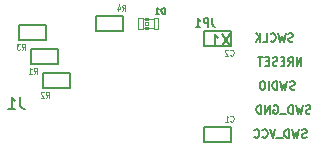
<source format=gbo>
G04 (created by PCBNEW (2013-03-04 BZR 3984)-stable) date 10/14/2013 1:41:13 PM*
%MOIN*%
G04 Gerber Fmt 3.4, Leading zero omitted, Abs format*
%FSLAX34Y34*%
G01*
G70*
G90*
G04 APERTURE LIST*
%ADD10C,0*%
%ADD11C,0.005*%
%ADD12C,0.0026*%
%ADD13C,0.004*%
%ADD14C,0.00590551*%
%ADD15C,0.0045*%
G04 APERTURE END LIST*
G54D10*
G54D11*
X53150Y-29350D02*
X52250Y-29350D01*
X52250Y-29350D02*
X52250Y-29850D01*
X52250Y-29850D02*
X53150Y-29850D01*
X53150Y-29850D02*
X53150Y-29350D01*
X53150Y-26150D02*
X52250Y-26150D01*
X52250Y-26150D02*
X52250Y-26650D01*
X52250Y-26650D02*
X53150Y-26650D01*
X53150Y-26650D02*
X53150Y-26150D01*
G54D12*
X50223Y-25723D02*
X50223Y-26077D01*
X50223Y-26077D02*
X50066Y-26077D01*
X50066Y-25723D02*
X50066Y-26077D01*
X50223Y-25723D02*
X50066Y-25723D01*
X50734Y-25723D02*
X50734Y-26077D01*
X50734Y-26077D02*
X50577Y-26077D01*
X50577Y-25723D02*
X50577Y-26077D01*
X50734Y-25723D02*
X50577Y-25723D01*
X50400Y-25723D02*
X50400Y-25782D01*
X50400Y-25782D02*
X50282Y-25782D01*
X50282Y-25723D02*
X50282Y-25782D01*
X50400Y-25723D02*
X50282Y-25723D01*
X50400Y-26018D02*
X50400Y-26077D01*
X50400Y-26077D02*
X50282Y-26077D01*
X50282Y-26018D02*
X50282Y-26077D01*
X50400Y-26018D02*
X50282Y-26018D01*
X50400Y-25841D02*
X50400Y-25959D01*
X50400Y-25959D02*
X50282Y-25959D01*
X50282Y-25841D02*
X50282Y-25959D01*
X50400Y-25841D02*
X50282Y-25841D01*
G54D13*
X50223Y-25743D02*
X50577Y-25743D01*
X50223Y-26057D02*
X50577Y-26057D01*
G54D11*
X46500Y-27250D02*
X47400Y-27250D01*
X47400Y-27250D02*
X47400Y-26750D01*
X47400Y-26750D02*
X46500Y-26750D01*
X46500Y-26750D02*
X46500Y-27250D01*
X46900Y-28050D02*
X47800Y-28050D01*
X47800Y-28050D02*
X47800Y-27550D01*
X47800Y-27550D02*
X46900Y-27550D01*
X46900Y-27550D02*
X46900Y-28050D01*
X46100Y-26450D02*
X47000Y-26450D01*
X47000Y-26450D02*
X47000Y-25950D01*
X47000Y-25950D02*
X46100Y-25950D01*
X46100Y-25950D02*
X46100Y-26450D01*
X49550Y-25650D02*
X48650Y-25650D01*
X48650Y-25650D02*
X48650Y-26150D01*
X48650Y-26150D02*
X49550Y-26150D01*
X49550Y-26150D02*
X49550Y-25650D01*
G54D14*
X53118Y-26265D02*
X52856Y-26659D01*
X52856Y-26265D02*
X53118Y-26659D01*
X52500Y-26659D02*
X52725Y-26659D01*
X52612Y-26659D02*
X52612Y-26265D01*
X52650Y-26321D01*
X52687Y-26359D01*
X52725Y-26378D01*
X46131Y-28365D02*
X46131Y-28646D01*
X46149Y-28703D01*
X46187Y-28740D01*
X46243Y-28759D01*
X46281Y-28759D01*
X45737Y-28759D02*
X45962Y-28759D01*
X45850Y-28759D02*
X45850Y-28365D01*
X45887Y-28421D01*
X45925Y-28459D01*
X45962Y-28478D01*
G54D15*
X53130Y-29161D02*
X53138Y-29171D01*
X53164Y-29180D01*
X53181Y-29180D01*
X53207Y-29171D01*
X53224Y-29152D01*
X53232Y-29133D01*
X53241Y-29095D01*
X53241Y-29066D01*
X53232Y-29028D01*
X53224Y-29009D01*
X53207Y-28990D01*
X53181Y-28980D01*
X53164Y-28980D01*
X53138Y-28990D01*
X53130Y-29000D01*
X52958Y-29180D02*
X53061Y-29180D01*
X53010Y-29180D02*
X53010Y-28980D01*
X53027Y-29009D01*
X53044Y-29028D01*
X53061Y-29038D01*
X53130Y-26961D02*
X53138Y-26971D01*
X53164Y-26980D01*
X53181Y-26980D01*
X53207Y-26971D01*
X53224Y-26952D01*
X53232Y-26933D01*
X53241Y-26895D01*
X53241Y-26866D01*
X53232Y-26828D01*
X53224Y-26809D01*
X53207Y-26790D01*
X53181Y-26780D01*
X53164Y-26780D01*
X53138Y-26790D01*
X53130Y-26800D01*
X53061Y-26800D02*
X53052Y-26790D01*
X53035Y-26780D01*
X52992Y-26780D01*
X52975Y-26790D01*
X52967Y-26800D01*
X52958Y-26819D01*
X52958Y-26838D01*
X52967Y-26866D01*
X53070Y-26980D01*
X52958Y-26980D01*
G54D11*
X50947Y-25580D02*
X50947Y-25380D01*
X50900Y-25380D01*
X50871Y-25390D01*
X50852Y-25409D01*
X50842Y-25428D01*
X50833Y-25466D01*
X50833Y-25495D01*
X50842Y-25533D01*
X50852Y-25552D01*
X50871Y-25571D01*
X50900Y-25580D01*
X50947Y-25580D01*
X50642Y-25580D02*
X50757Y-25580D01*
X50700Y-25580D02*
X50700Y-25380D01*
X50719Y-25409D01*
X50738Y-25428D01*
X50757Y-25438D01*
G54D14*
X52529Y-25735D02*
X52529Y-25932D01*
X52542Y-25972D01*
X52569Y-25998D01*
X52608Y-26011D01*
X52634Y-26011D01*
X52398Y-26011D02*
X52398Y-25735D01*
X52293Y-25735D01*
X52267Y-25749D01*
X52254Y-25762D01*
X52240Y-25788D01*
X52240Y-25827D01*
X52254Y-25854D01*
X52267Y-25867D01*
X52293Y-25880D01*
X52398Y-25880D01*
X51978Y-26011D02*
X52135Y-26011D01*
X52057Y-26011D02*
X52057Y-25735D01*
X52083Y-25775D01*
X52109Y-25801D01*
X52135Y-25814D01*
G54D15*
X46580Y-27580D02*
X46640Y-27485D01*
X46682Y-27580D02*
X46682Y-27380D01*
X46614Y-27380D01*
X46597Y-27390D01*
X46588Y-27400D01*
X46580Y-27419D01*
X46580Y-27447D01*
X46588Y-27466D01*
X46597Y-27476D01*
X46614Y-27485D01*
X46682Y-27485D01*
X46408Y-27580D02*
X46511Y-27580D01*
X46460Y-27580D02*
X46460Y-27380D01*
X46477Y-27409D01*
X46494Y-27428D01*
X46511Y-27438D01*
X46980Y-28380D02*
X47040Y-28285D01*
X47082Y-28380D02*
X47082Y-28180D01*
X47014Y-28180D01*
X46997Y-28190D01*
X46988Y-28200D01*
X46980Y-28219D01*
X46980Y-28247D01*
X46988Y-28266D01*
X46997Y-28276D01*
X47014Y-28285D01*
X47082Y-28285D01*
X46911Y-28200D02*
X46902Y-28190D01*
X46885Y-28180D01*
X46842Y-28180D01*
X46825Y-28190D01*
X46817Y-28200D01*
X46808Y-28219D01*
X46808Y-28238D01*
X46817Y-28266D01*
X46920Y-28380D01*
X46808Y-28380D01*
X46180Y-26780D02*
X46240Y-26685D01*
X46282Y-26780D02*
X46282Y-26580D01*
X46214Y-26580D01*
X46197Y-26590D01*
X46188Y-26600D01*
X46180Y-26619D01*
X46180Y-26647D01*
X46188Y-26666D01*
X46197Y-26676D01*
X46214Y-26685D01*
X46282Y-26685D01*
X46120Y-26580D02*
X46008Y-26580D01*
X46068Y-26657D01*
X46042Y-26657D01*
X46025Y-26666D01*
X46017Y-26676D01*
X46008Y-26695D01*
X46008Y-26742D01*
X46017Y-26761D01*
X46025Y-26771D01*
X46042Y-26780D01*
X46094Y-26780D01*
X46111Y-26771D01*
X46120Y-26761D01*
X49530Y-25480D02*
X49590Y-25385D01*
X49632Y-25480D02*
X49632Y-25280D01*
X49564Y-25280D01*
X49547Y-25290D01*
X49538Y-25300D01*
X49530Y-25319D01*
X49530Y-25347D01*
X49538Y-25366D01*
X49547Y-25376D01*
X49564Y-25385D01*
X49632Y-25385D01*
X49375Y-25347D02*
X49375Y-25480D01*
X49418Y-25271D02*
X49461Y-25414D01*
X49350Y-25414D01*
G54D14*
X55672Y-29698D02*
X55633Y-29711D01*
X55567Y-29711D01*
X55541Y-29698D01*
X55528Y-29685D01*
X55515Y-29659D01*
X55515Y-29632D01*
X55528Y-29606D01*
X55541Y-29593D01*
X55567Y-29580D01*
X55620Y-29567D01*
X55646Y-29554D01*
X55659Y-29540D01*
X55672Y-29514D01*
X55672Y-29488D01*
X55659Y-29462D01*
X55646Y-29449D01*
X55620Y-29435D01*
X55554Y-29435D01*
X55515Y-29449D01*
X55423Y-29435D02*
X55357Y-29711D01*
X55305Y-29514D01*
X55252Y-29711D01*
X55187Y-29435D01*
X55082Y-29711D02*
X55082Y-29435D01*
X55016Y-29435D01*
X54977Y-29449D01*
X54950Y-29475D01*
X54937Y-29501D01*
X54924Y-29554D01*
X54924Y-29593D01*
X54937Y-29645D01*
X54950Y-29672D01*
X54977Y-29698D01*
X55016Y-29711D01*
X55082Y-29711D01*
X54872Y-29737D02*
X54662Y-29737D01*
X54635Y-29435D02*
X54544Y-29711D01*
X54452Y-29435D01*
X54202Y-29685D02*
X54216Y-29698D01*
X54255Y-29711D01*
X54281Y-29711D01*
X54320Y-29698D01*
X54347Y-29672D01*
X54360Y-29645D01*
X54373Y-29593D01*
X54373Y-29554D01*
X54360Y-29501D01*
X54347Y-29475D01*
X54320Y-29449D01*
X54281Y-29435D01*
X54255Y-29435D01*
X54216Y-29449D01*
X54202Y-29462D01*
X53927Y-29685D02*
X53940Y-29698D01*
X53979Y-29711D01*
X54006Y-29711D01*
X54045Y-29698D01*
X54071Y-29672D01*
X54084Y-29645D01*
X54097Y-29593D01*
X54097Y-29554D01*
X54084Y-29501D01*
X54071Y-29475D01*
X54045Y-29449D01*
X54006Y-29435D01*
X53979Y-29435D01*
X53940Y-29449D01*
X53927Y-29462D01*
X55283Y-28098D02*
X55244Y-28111D01*
X55179Y-28111D01*
X55152Y-28098D01*
X55139Y-28085D01*
X55126Y-28059D01*
X55126Y-28032D01*
X55139Y-28006D01*
X55152Y-27993D01*
X55179Y-27980D01*
X55231Y-27967D01*
X55257Y-27954D01*
X55270Y-27940D01*
X55283Y-27914D01*
X55283Y-27888D01*
X55270Y-27862D01*
X55257Y-27849D01*
X55231Y-27835D01*
X55165Y-27835D01*
X55126Y-27849D01*
X55034Y-27835D02*
X54969Y-28111D01*
X54916Y-27914D01*
X54864Y-28111D01*
X54798Y-27835D01*
X54693Y-28111D02*
X54693Y-27835D01*
X54627Y-27835D01*
X54588Y-27849D01*
X54562Y-27875D01*
X54549Y-27901D01*
X54535Y-27954D01*
X54535Y-27993D01*
X54549Y-28045D01*
X54562Y-28072D01*
X54588Y-28098D01*
X54627Y-28111D01*
X54693Y-28111D01*
X54417Y-28111D02*
X54417Y-27835D01*
X54234Y-27835D02*
X54181Y-27835D01*
X54155Y-27849D01*
X54129Y-27875D01*
X54116Y-27927D01*
X54116Y-28019D01*
X54129Y-28072D01*
X54155Y-28098D01*
X54181Y-28111D01*
X54234Y-28111D01*
X54260Y-28098D01*
X54286Y-28072D01*
X54299Y-28019D01*
X54299Y-27927D01*
X54286Y-27875D01*
X54260Y-27849D01*
X54234Y-27835D01*
X55223Y-26498D02*
X55183Y-26511D01*
X55118Y-26511D01*
X55092Y-26498D01*
X55079Y-26485D01*
X55065Y-26459D01*
X55065Y-26432D01*
X55079Y-26406D01*
X55092Y-26393D01*
X55118Y-26380D01*
X55170Y-26367D01*
X55197Y-26354D01*
X55210Y-26340D01*
X55223Y-26314D01*
X55223Y-26288D01*
X55210Y-26262D01*
X55197Y-26249D01*
X55170Y-26235D01*
X55105Y-26235D01*
X55065Y-26249D01*
X54974Y-26235D02*
X54908Y-26511D01*
X54855Y-26314D01*
X54803Y-26511D01*
X54737Y-26235D01*
X54475Y-26485D02*
X54488Y-26498D01*
X54527Y-26511D01*
X54554Y-26511D01*
X54593Y-26498D01*
X54619Y-26472D01*
X54632Y-26445D01*
X54645Y-26393D01*
X54645Y-26354D01*
X54632Y-26301D01*
X54619Y-26275D01*
X54593Y-26249D01*
X54554Y-26235D01*
X54527Y-26235D01*
X54488Y-26249D01*
X54475Y-26262D01*
X54225Y-26511D02*
X54357Y-26511D01*
X54357Y-26235D01*
X54134Y-26511D02*
X54134Y-26235D01*
X53976Y-26511D02*
X54094Y-26354D01*
X53976Y-26235D02*
X54134Y-26393D01*
X55502Y-27311D02*
X55502Y-27035D01*
X55344Y-27311D01*
X55344Y-27035D01*
X55055Y-27311D02*
X55147Y-27180D01*
X55213Y-27311D02*
X55213Y-27035D01*
X55108Y-27035D01*
X55082Y-27049D01*
X55069Y-27062D01*
X55055Y-27088D01*
X55055Y-27127D01*
X55069Y-27154D01*
X55082Y-27167D01*
X55108Y-27180D01*
X55213Y-27180D01*
X54937Y-27167D02*
X54845Y-27167D01*
X54806Y-27311D02*
X54937Y-27311D01*
X54937Y-27035D01*
X54806Y-27035D01*
X54701Y-27298D02*
X54662Y-27311D01*
X54596Y-27311D01*
X54570Y-27298D01*
X54557Y-27285D01*
X54544Y-27259D01*
X54544Y-27232D01*
X54557Y-27206D01*
X54570Y-27193D01*
X54596Y-27180D01*
X54649Y-27167D01*
X54675Y-27154D01*
X54688Y-27140D01*
X54701Y-27114D01*
X54701Y-27088D01*
X54688Y-27062D01*
X54675Y-27049D01*
X54649Y-27035D01*
X54583Y-27035D01*
X54544Y-27049D01*
X54425Y-27167D02*
X54334Y-27167D01*
X54294Y-27311D02*
X54425Y-27311D01*
X54425Y-27035D01*
X54294Y-27035D01*
X54216Y-27035D02*
X54058Y-27035D01*
X54137Y-27311D02*
X54137Y-27035D01*
X55798Y-28898D02*
X55759Y-28911D01*
X55693Y-28911D01*
X55667Y-28898D01*
X55654Y-28885D01*
X55641Y-28859D01*
X55641Y-28832D01*
X55654Y-28806D01*
X55667Y-28793D01*
X55693Y-28780D01*
X55746Y-28767D01*
X55772Y-28754D01*
X55785Y-28740D01*
X55798Y-28714D01*
X55798Y-28688D01*
X55785Y-28662D01*
X55772Y-28649D01*
X55746Y-28635D01*
X55680Y-28635D01*
X55641Y-28649D01*
X55549Y-28635D02*
X55483Y-28911D01*
X55431Y-28714D01*
X55379Y-28911D01*
X55313Y-28635D01*
X55208Y-28911D02*
X55208Y-28635D01*
X55142Y-28635D01*
X55103Y-28649D01*
X55077Y-28675D01*
X55064Y-28701D01*
X55050Y-28754D01*
X55050Y-28793D01*
X55064Y-28845D01*
X55077Y-28872D01*
X55103Y-28898D01*
X55142Y-28911D01*
X55208Y-28911D01*
X54998Y-28937D02*
X54788Y-28937D01*
X54578Y-28649D02*
X54604Y-28635D01*
X54644Y-28635D01*
X54683Y-28649D01*
X54709Y-28675D01*
X54722Y-28701D01*
X54735Y-28754D01*
X54735Y-28793D01*
X54722Y-28845D01*
X54709Y-28872D01*
X54683Y-28898D01*
X54644Y-28911D01*
X54617Y-28911D01*
X54578Y-28898D01*
X54565Y-28885D01*
X54565Y-28793D01*
X54617Y-28793D01*
X54447Y-28911D02*
X54447Y-28635D01*
X54289Y-28911D01*
X54289Y-28635D01*
X54158Y-28911D02*
X54158Y-28635D01*
X54092Y-28635D01*
X54053Y-28649D01*
X54027Y-28675D01*
X54014Y-28701D01*
X54001Y-28754D01*
X54001Y-28793D01*
X54014Y-28845D01*
X54027Y-28872D01*
X54053Y-28898D01*
X54092Y-28911D01*
X54158Y-28911D01*
M02*

</source>
